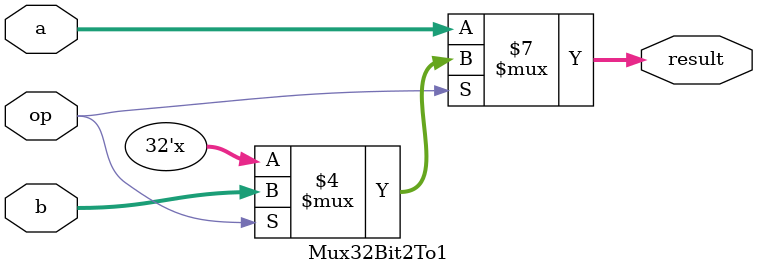
<source format=v>
`timescale 1ns / 1ps

//Structural Code
module Mux32Bit2To1(a, b, op, result); 

input [31:0] a, b; // input 
input op; // mux output select
//output [31:0] result; // output
output [31:0] result;

//assign result = (a & (~op)) | (b & op); //When mux select is 0 the output will be a
													 //When mux select is 1 the output will be b
reg [31:0] result;

//always @ (a, b, op) 
always @ (op or a or b) 
begin
	if (op == 0)
		result <= a;
		else if (op == 1)
		result <= b;
		
/*	case(op)
		1'b0: result[31:0] = a[31:0];
		1'b1: result[31:0] = b[31:0];
	endcase */
	
end

endmodule

</source>
